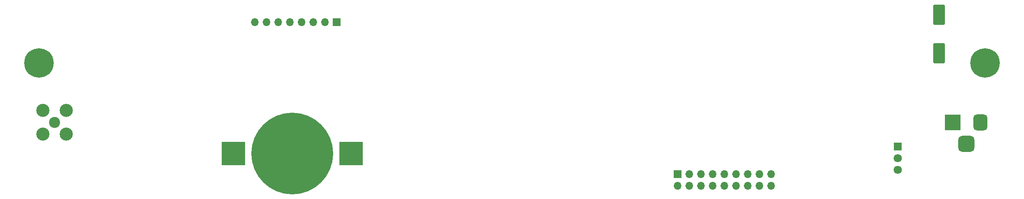
<source format=gbs>
%TF.GenerationSoftware,KiCad,Pcbnew,(6.0.0)*%
%TF.CreationDate,2022-08-27T11:05:42-04:00*%
%TF.ProjectId,VFD GPS Clock,56464420-4750-4532-9043-6c6f636b2e6b,rev?*%
%TF.SameCoordinates,Original*%
%TF.FileFunction,Soldermask,Bot*%
%TF.FilePolarity,Negative*%
%FSLAX46Y46*%
G04 Gerber Fmt 4.6, Leading zero omitted, Abs format (unit mm)*
G04 Created by KiCad (PCBNEW (6.0.0)) date 2022-08-27 11:05:42*
%MOMM*%
%LPD*%
G01*
G04 APERTURE LIST*
G04 Aperture macros list*
%AMRoundRect*
0 Rectangle with rounded corners*
0 $1 Rounding radius*
0 $2 $3 $4 $5 $6 $7 $8 $9 X,Y pos of 4 corners*
0 Add a 4 corners polygon primitive as box body*
4,1,4,$2,$3,$4,$5,$6,$7,$8,$9,$2,$3,0*
0 Add four circle primitives for the rounded corners*
1,1,$1+$1,$2,$3*
1,1,$1+$1,$4,$5*
1,1,$1+$1,$6,$7*
1,1,$1+$1,$8,$9*
0 Add four rect primitives between the rounded corners*
20,1,$1+$1,$2,$3,$4,$5,0*
20,1,$1+$1,$4,$5,$6,$7,0*
20,1,$1+$1,$6,$7,$8,$9,0*
20,1,$1+$1,$8,$9,$2,$3,0*%
G04 Aperture macros list end*
%ADD10R,1.700000X1.700000*%
%ADD11O,1.700000X1.700000*%
%ADD12C,6.400000*%
%ADD13R,1.800000X1.800000*%
%ADD14C,1.800000*%
%ADD15R,3.500000X3.500000*%
%ADD16RoundRect,0.750000X0.750000X1.000000X-0.750000X1.000000X-0.750000X-1.000000X0.750000X-1.000000X0*%
%ADD17RoundRect,0.875000X0.875000X0.875000X-0.875000X0.875000X-0.875000X-0.875000X0.875000X-0.875000X0*%
%ADD18C,2.400000*%
%ADD19C,2.850000*%
%ADD20R,5.100000X5.100000*%
%ADD21C,17.800000*%
%ADD22RoundRect,0.250000X1.000000X-1.950000X1.000000X1.950000X-1.000000X1.950000X-1.000000X-1.950000X0*%
G04 APERTURE END LIST*
D10*
%TO.C,J3*%
X87875000Y-105125000D03*
D11*
X85335000Y-105125000D03*
X82795000Y-105125000D03*
X80255000Y-105125000D03*
X77715000Y-105125000D03*
X75175000Y-105125000D03*
X72635000Y-105125000D03*
X70095000Y-105125000D03*
%TD*%
D12*
%TO.C,H1*%
X23250000Y-114000000D03*
%TD*%
D13*
%TO.C,U3*%
X209838000Y-132167500D03*
D14*
X209838000Y-134707500D03*
X209838000Y-137247500D03*
%TD*%
D12*
%TO.C,H2*%
X228750000Y-114000000D03*
%TD*%
D10*
%TO.C,J4*%
X161975000Y-138200000D03*
D11*
X161975000Y-140740000D03*
X164515000Y-138200000D03*
X164515000Y-140740000D03*
X167055000Y-138200000D03*
X167055000Y-140740000D03*
X169595000Y-138200000D03*
X169595000Y-140740000D03*
X172135000Y-138200000D03*
X172135000Y-140740000D03*
X174675000Y-138200000D03*
X174675000Y-140740000D03*
X177215000Y-138200000D03*
X177215000Y-140740000D03*
X179755000Y-138200000D03*
X179755000Y-140740000D03*
X182295000Y-138200000D03*
X182295000Y-140740000D03*
%TD*%
D15*
%TO.C,J1*%
X221750000Y-126900000D03*
D16*
X227750000Y-126900000D03*
D17*
X224750000Y-131600000D03*
%TD*%
D18*
%TO.C,J2*%
X26600000Y-126900000D03*
D19*
X24025000Y-124325000D03*
X29175000Y-124325000D03*
X29175000Y-129475000D03*
X24025000Y-129475000D03*
%TD*%
D20*
%TO.C,BT1*%
X65475000Y-133676244D03*
X91075000Y-133676244D03*
D21*
X78275000Y-133676244D03*
%TD*%
D22*
%TO.C,C1*%
X218800000Y-111900000D03*
X218800000Y-103500000D03*
%TD*%
M02*

</source>
